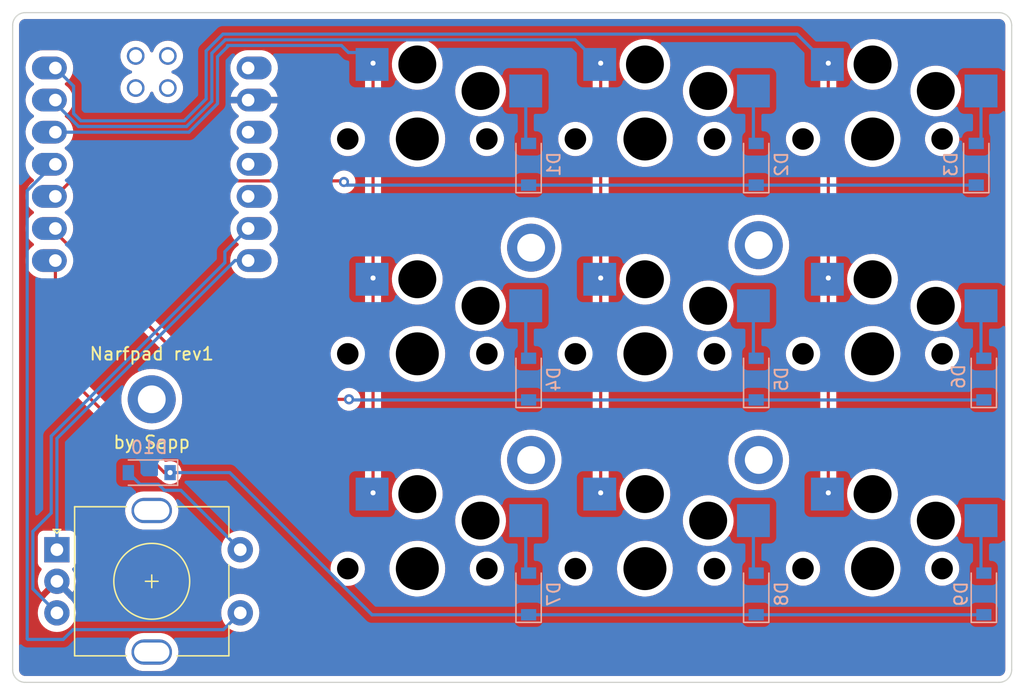
<source format=kicad_pcb>
(kicad_pcb (version 20211014) (generator pcbnew)
  (layers (0 "F.Cu" signal) (31 "B.Cu" signal) (34 "B.Paste" user) (35 "F.Paste" user) (36 "B.SilkS" user "B.Silkscreen") (37 "F.SilkS" user "F.Silkscreen") (38 "B.Mask" user) (39 "F.Mask" user) (44 "Edge.Cuts" user))
  (net 0 "")
  (net 1 "ROW1")
  (net 2 "Net-(D1-Pad2)")
  (net 3 "Net-(D2-Pad2)")
  (net 4 "Net-(D3-Pad2)")
  (net 5 "ROW2")
  (net 6 "Net-(D4-Pad2)")
  (net 7 "Net-(D5-Pad2)")
  (net 8 "Net-(D6-Pad2)")
  (net 9 "ROW3")
  (net 10 "Net-(D7-Pad2)")
  (net 11 "Net-(D8-Pad2)")
  (net 12 "Net-(D9-Pad2)")
  (net 13 "Net-(D10-Pad2)")
  (net 19 "ROT1A")
  (net 20 "ROT1B")
  (net 21 "GND")
  (net 22 "COL1")
  (net 23 "COL2")
  (net 24 "COL3")
  (net 25 "COL4")
  (footprint "kleeb-pg1350:pg1350-H" (layer "F.Cu") (at 80 66)
    (fp_text reference "SW4" hide)
    (fp_text value "SW_Push")
    (pad "" np_thru_hole circle locked (at 5.5 0) (size 1.7 1.7) (drill 1.7) (layers *.Mask))
    (pad "" np_thru_hole circle locked (at 0 -5.9) (size 3 3) (drill 3) (layers *.Mask))
    (pad "" np_thru_hole circle locked (at -5.5 0) (size 1.7 1.7) (drill 1.7) (layers *.Mask))
    (pad "" np_thru_hole circle locked (at 0 0) (size 3.4 3.4) (drill 3.4) (layers *.Mask))
    (pad "" np_thru_hole circle locked (at 5 -3.8) (size 3 3) (drill 3) (layers *.Mask))
    (pad "1" smd rect locked (at -3.575 -5.9) (size 2.6 2.6) (layers "B.Cu" "B.Mask") (net 23 "COL2"))
    (pad "2" smd rect locked (at 8.575 -3.8) (size 2.6 2.6) (layers "B.Cu" "B.Mask") (net 6 "Net-(D4-Pad2)"))
  )
  (footprint "kleeb-pg1350:pg1350-H" (layer "F.Cu") (at 98 83)
    (fp_text reference "SW8" hide)
    (fp_text value "SW_Push")
    (pad "" np_thru_hole circle locked (at 5 -3.8) (size 3 3) (drill 3) (layers *.Mask))
    (pad "" np_thru_hole circle locked (at 0 -5.9) (size 3 3) (drill 3) (layers *.Mask))
    (pad "" np_thru_hole circle locked (at -5.5 0) (size 1.7 1.7) (drill 1.7) (layers *.Mask))
    (pad "" np_thru_hole circle locked (at 0 0) (size 3.4 3.4) (drill 3.4) (layers *.Mask))
    (pad "" np_thru_hole circle locked (at 5.5 0) (size 1.7 1.7) (drill 1.7) (layers *.Mask))
    (pad "1" smd rect locked (at -3.575 -5.9) (size 2.6 2.6) (layers "B.Cu" "B.Mask") (net 24 "COL3"))
    (pad "2" smd rect locked (at 8.575 -3.8) (size 2.6 2.6) (layers "B.Cu" "B.Mask") (net 11 "Net-(D8-Pad2)"))
  )
  (footprint "kleeb-pg1350:pg1350-H" (layer "F.Cu") (at 116 66)
    (fp_text reference "SW6" hide)
    (fp_text value "SW_Push")
    (pad "" np_thru_hole circle locked (at 0 0) (size 3.4 3.4) (drill 3.4) (layers *.Mask))
    (pad "" np_thru_hole circle locked (at 5.5 0) (size 1.7 1.7) (drill 1.7) (layers *.Mask))
    (pad "" np_thru_hole circle locked (at -5.5 0) (size 1.7 1.7) (drill 1.7) (layers *.Mask))
    (pad "" np_thru_hole circle locked (at 0 -5.9) (size 3 3) (drill 3) (layers *.Mask))
    (pad "" np_thru_hole circle locked (at 5 -3.8) (size 3 3) (drill 3) (layers *.Mask))
    (pad "1" smd rect locked (at -3.575 -5.9) (size 2.6 2.6) (layers "B.Cu" "B.Mask") (net 25 "COL4"))
    (pad "2" smd rect locked (at 8.575 -3.8) (size 2.6 2.6) (layers "B.Cu" "B.Mask") (net 8 "Net-(D6-Pad2)"))
  )
  (footprint "MountingHole:MountingHole_2.2mm_M2_DIN965_Pad" (layer "F.Cu") (at 107 74.4)
    (fp_text reference "H4" hide)
    (fp_text value "MountingHole_Pad")
    (pad "1" thru_hole circle (at 0 0) (size 3.8 3.8) (drill 2.2) (layers *.Cu *.Mask))
  )
  (footprint "kleeb-pg1350:pg1350-H" (layer "F.Cu") (at 80 49)
    (fp_text reference "SW1" hide)
    (fp_text value "SW_Push")
    (pad "" np_thru_hole circle locked (at 0 0) (size 3.4 3.4) (drill 3.4) (layers *.Mask))
    (pad "" np_thru_hole circle locked (at -5.5 0) (size 1.7 1.7) (drill 1.7) (layers *.Mask))
    (pad "" np_thru_hole circle locked (at 5 -3.8) (size 3 3) (drill 3) (layers *.Mask))
    (pad "" np_thru_hole circle locked (at 0 -5.9) (size 3 3) (drill 3) (layers *.Mask))
    (pad "" np_thru_hole circle locked (at 5.5 0) (size 1.7 1.7) (drill 1.7) (layers *.Mask))
    (pad "1" smd rect locked (at -3.575 -5.9) (size 2.6 2.6) (layers "B.Cu" "B.Mask") (net 23 "COL2"))
    (pad "2" smd rect locked (at 8.575 -3.8) (size 2.6 2.6) (layers "B.Cu" "B.Mask") (net 2 "Net-(D1-Pad2)"))
  )
  (footprint "kleeb-pg1350:pg1350-H" (layer "F.Cu") (at 80 83)
    (fp_text reference "SW7" hide)
    (fp_text value "SW_Push")
    (pad "" np_thru_hole circle locked (at 5.5 0) (size 1.7 1.7) (drill 1.7) (layers *.Mask))
    (pad "" np_thru_hole circle locked (at 5 -3.8) (size 3 3) (drill 3) (layers *.Mask))
    (pad "" np_thru_hole circle locked (at -5.5 0) (size 1.7 1.7) (drill 1.7) (layers *.Mask))
    (pad "" np_thru_hole circle locked (at 0 0) (size 3.4 3.4) (drill 3.4) (layers *.Mask))
    (pad "" np_thru_hole circle locked (at 0 -5.9) (size 3 3) (drill 3) (layers *.Mask))
    (pad "1" smd rect locked (at -3.575 -5.9) (size 2.6 2.6) (layers "B.Cu" "B.Mask") (net 23 "COL2"))
    (pad "2" smd rect locked (at 8.575 -3.8) (size 2.6 2.6) (layers "B.Cu" "B.Mask") (net 10 "Net-(D7-Pad2)"))
  )
  (footprint "MountingHole:MountingHole_2.2mm_M2_DIN965_Pad" (layer "F.Cu") (at 89 57.6)
    (fp_text reference "H1" hide)
    (fp_text value "MountingHole_Pad")
    (pad "1" thru_hole circle (at 0 0) (size 3.8 3.8) (drill 2.2) (layers *.Cu *.Mask))
  )
  (footprint "MountingHole:MountingHole_2.2mm_M2_DIN965_Pad" (layer "F.Cu") (at 59 69.6)
    (fp_text reference "H5" hide)
    (fp_text value "MountingHole_Pad")
    (pad "1" thru_hole circle (at 0 0) (size 3.8 3.8) (drill 2.2) (layers *.Cu *.Mask))
  )
  (footprint "kleeb-mcu:xiao-tht" (layer "F.Cu") (at 59 51)
    (fp_text reference "U1" hide)
    (fp_text value "xiao" hide)
    (pad "1" thru_hole oval (at -7.62 -7.62) (size 2.75 1.8) (drill 1 (offset -0.475 0)) (layers *.Cu *.Mask) (net 25 "COL4"))
    (pad "2" thru_hole oval (at -7.62 -5.08) (size 2.75 1.8) (drill 1 (offset -0.475 0)) (layers *.Cu *.Mask) (net 24 "COL3"))
    (pad "3" thru_hole oval (at -7.62 -2.54) (size 2.75 1.8) (drill 1 (offset -0.475 0)) (layers *.Cu *.Mask) (net 23 "COL2"))
    (pad "4" thru_hole oval (at -7.62 0) (size 2.75 1.8) (drill 1 (offset -0.475 0)) (layers *.Cu *.Mask) (net 22 "COL1"))
    (pad "5" thru_hole oval (at -7.62 2.54) (size 2.75 1.8) (drill 1 (offset -0.475 0)) (layers *.Cu *.Mask) (net 1 "ROW1"))
    (pad "6" thru_hole oval (at -7.62 5.08) (size 2.75 1.8) (drill 1 (offset -0.475 0)) (layers *.Cu *.Mask) (net 5 "ROW2"))
    (pad "7" thru_hole oval (at -7.62 7.62) (size 2.75 1.8) (drill 1 (offset -0.475 0)) (layers *.Cu *.Mask) (net 9 "ROW3"))
    (pad "8" thru_hole oval (at 7.62 7.62 180) (size 2.75 1.8) (drill 1 (offset -0.475 0)) (layers *.Cu *.Mask) (net 19 "ROT1A"))
    (pad "9" thru_hole oval (at 7.62 5.08 180) (size 2.75 1.8) (drill 1 (offset -0.475 0)) (layers *.Cu *.Mask) (net 20 "ROT1B"))
    (pad "10" thru_hole oval (at 7.62 2.54 180) (size 2.75 1.8) (drill 1 (offset -0.475 0)) (layers *.Cu *.Mask))
    (pad "11" thru_hole oval (at 7.62 0 180) (size 2.75 1.8) (drill 1 (offset -0.475 0)) (layers *.Cu *.Mask))
    (pad "12" thru_hole oval (at 7.62 -2.54 180) (size 2.75 1.8) (drill 1 (offset -0.475 0)) (layers *.Cu *.Mask))
    (pad "13" thru_hole oval (at 7.62 -5.08 180) (size 2.75 1.8) (drill 1 (offset -0.475 0)) (layers *.Cu *.Mask) (net 21 "GND"))
    (pad "14" thru_hole oval (at 7.62 -7.62 180) (size 2.75 1.8) (drill 1 (offset -0.475 0)) (layers *.Cu *.Mask))
    (pad "15" thru_hole circle (at -1.27 -8.572 90) (size 1.397 1.397) (drill 1.016) (layers *.Cu *.Mask))
    (pad "16" thru_hole circle (at 1.27 -8.572 90) (size 1.397 1.397) (drill 1.016) (layers *.Cu *.Mask))
    (pad "17" thru_hole circle (at -1.27 -6.032 90) (size 1.397 1.397) (drill 1.016) (layers *.Cu *.Mask))
    (pad "18" thru_hole circle (at 1.27 -6.032 90) (size 1.397 1.397) (drill 1.016) (layers *.Cu *.Mask))
  )
  (footprint "MountingHole:MountingHole_2.2mm_M2_DIN965_Pad" (layer "F.Cu") (at 89 74.4)
    (fp_text reference "H3" hide)
    (fp_text value "MountingHole_Pad")
    (pad "1" thru_hole circle (at 0 0) (size 3.8 3.8) (drill 2.2) (layers *.Cu *.Mask))
  )
  (footprint "kleeb-pg1350:pg1350-H" (layer "F.Cu") (at 98 66)
    (fp_text reference "SW5" hide)
    (fp_text value "SW_Push")
    (pad "" np_thru_hole circle locked (at -5.5 0) (size 1.7 1.7) (drill 1.7) (layers *.Mask))
    (pad "" np_thru_hole circle locked (at 5 -3.8) (size 3 3) (drill 3) (layers *.Mask))
    (pad "" np_thru_hole circle locked (at 5.5 0) (size 1.7 1.7) (drill 1.7) (layers *.Mask))
    (pad "" np_thru_hole circle locked (at 0 -5.9) (size 3 3) (drill 3) (layers *.Mask))
    (pad "" np_thru_hole circle locked (at 0 0) (size 3.4 3.4) (drill 3.4) (layers *.Mask))
    (pad "1" smd rect locked (at -3.575 -5.9) (size 2.6 2.6) (layers "B.Cu" "B.Mask") (net 24 "COL3"))
    (pad "2" smd rect locked (at 8.575 -3.8) (size 2.6 2.6) (layers "B.Cu" "B.Mask") (net 7 "Net-(D5-Pad2)"))
  )
  (footprint "kleeb-pg1350:pg1350-H" (layer "F.Cu") (at 116 49)
    (fp_text reference "SW3" hide)
    (fp_text value "SW_Push")
    (pad "" np_thru_hole circle locked (at -5.5 0) (size 1.7 1.7) (drill 1.7) (layers *.Mask))
    (pad "" np_thru_hole circle locked (at 5.5 0) (size 1.7 1.7) (drill 1.7) (layers *.Mask))
    (pad "" np_thru_hole circle locked (at 5 -3.8) (size 3 3) (drill 3) (layers *.Mask))
    (pad "" np_thru_hole circle locked (at 0 0) (size 3.4 3.4) (drill 3.4) (layers *.Mask))
    (pad "" np_thru_hole circle locked (at 0 -5.9) (size 3 3) (drill 3) (layers *.Mask))
    (pad "1" smd rect locked (at -3.575 -5.9) (size 2.6 2.6) (layers "B.Cu" "B.Mask") (net 25 "COL4"))
    (pad "2" smd rect locked (at 8.575 -3.8) (size 2.6 2.6) (layers "B.Cu" "B.Mask") (net 4 "Net-(D3-Pad2)"))
  )
  (footprint "MountingHole:MountingHole_2.2mm_M2_DIN965_Pad" (layer "F.Cu") (at 107 57.4)
    (fp_text reference "H2" hide)
    (fp_text value "MountingHole_Pad")
    (pad "1" thru_hole circle (at 0 0) (size 3.8 3.8) (drill 2.2) (layers *.Cu *.Mask))
  )
  (footprint "keebio:RotaryEncoder_EC11" (layer "F.Cu") (at 59 84)
    (fp_text reference "ROT1")
    (fp_text value "RotaryEncoder_Switch")
    (fp_line (start -0.5 0) (end 0.5 0) (layer "F.SilkS") (width 0.12))
    (fp_line (start 6.1 -1.3) (end 6.1 1.3) (layer "F.SilkS") (width 0.12))
    (fp_line (start -7.2 -4.1) (end -7.5 -3.8) (layer "F.SilkS") (width 0.12))
    (fp_line (start -6.1 -5.9) (end -6.1 5.9) (layer "F.SilkS") (width 0.12))
    (fp_line (start 6.1 -5.9) (end 6.1 -3.5) (layer "F.SilkS") (width 0.12))
    (fp_line (start 2 -5.9) (end 6.1 -5.9) (layer "F.SilkS") (width 0.12))
    (fp_line (start 6.1 5.9) (end 2 5.9) (layer "F.SilkS") (width 0.12))
    (fp_line (start -2 5.9) (end -6.1 5.9) (layer "F.SilkS") (width 0.12))
    (fp_line (start 0 -0.5) (end 0 0.5) (layer "F.SilkS") (width 0.12))
    (fp_line (start -2 -5.9) (end -6.1 -5.9) (layer "F.SilkS") (width 0.12))
    (fp_line (start -7.8 -4.1) (end -7.2 -4.1) (layer "F.SilkS") (width 0.12))
    (fp_line (start -7.5 -3.8) (end -7.8 -4.1) (layer "F.SilkS") (width 0.12))
    (fp_line (start 6.1 3.5) (end 6.1 5.9) (layer "F.SilkS") (width 0.12))
    (fp_circle (center 0 0) (end 3 0) (layer "F.SilkS") (width 0.12) (fill none))
    (pad "" np_thru_hole oval locked (at 0 -5.6) (size 3.2 2) (drill oval 2.8 1.5) (layers F&B.Cu *.Mask))
    (pad "" np_thru_hole oval locked (at 0 5.6) (size 3.2 2) (drill oval 2.8 1.5) (layers F&B.Cu *.Mask))
    (pad "A" thru_hole rect locked (at -7.5 -2.5) (size 2 2) (drill 1) (layers *.Cu *.Mask) (net 19 "ROT1A"))
    (pad "B" thru_hole circle locked (at -7.5 2.5) (size 2 2) (drill 1) (layers *.Cu *.Mask) (net 20 "ROT1B"))
    (pad "C" thru_hole circle locked (at -7.5 0) (size 2 2) (drill 1) (layers *.Cu *.Mask) (net 21 "GND"))
    (pad "S1" thru_hole circle locked (at 7 2.5) (size 2 2) (drill 1) (layers *.Cu *.Mask) (net 22 "COL1"))
    (pad "S2" thru_hole circle locked (at 7 -2.5) (size 2 2) (drill 1) (layers *.Cu *.Mask) (net 13 "Net-(D10-Pad2)"))
  )
  (footprint "kleeb-pg1350:pg1350-H" (layer "F.Cu") (at 116 83)
    (fp_text reference "SW9" hide)
    (fp_text value "SW_Push")
    (pad "" np_thru_hole circle locked (at 5 -3.8) (size 3 3) (drill 3) (layers *.Mask))
    (pad "" np_thru_hole circle locked (at -5.5 0) (size 1.7 1.7) (drill 1.7) (layers *.Mask))
    (pad "" np_thru_hole circle locked (at 0 0) (size 3.4 3.4) (drill 3.4) (layers *.Mask))
    (pad "" np_thru_hole circle locked (at 5.5 0) (size 1.7 1.7) (drill 1.7) (layers *.Mask))
    (pad "" np_thru_hole circle locked (at 0 -5.9) (size 3 3) (drill 3) (layers *.Mask))
    (pad "1" smd rect locked (at -3.575 -5.9) (size 2.6 2.6) (layers "B.Cu" "B.Mask") (net 25 "COL4"))
    (pad "2" smd rect locked (at 8.575 -3.8) (size 2.6 2.6) (layers "B.Cu" "B.Mask") (net 12 "Net-(D9-Pad2)"))
  )
  (footprint "kleeb-pg1350:pg1350-H" (layer "F.Cu") (at 98 49)
    (fp_text reference "SW2" hide)
    (fp_text value "SW_Push")
    (pad "" np_thru_hole circle locked (at -5.5 0) (size 1.7 1.7) (drill 1.7) (layers *.Mask))
    (pad "" np_thru_hole circle locked (at 5.5 0) (size 1.7 1.7) (drill 1.7) (layers *.Mask))
    (pad "" np_thru_hole circle locked (at 0 -5.9) (size 3 3) (drill 3) (layers *.Mask))
    (pad "" np_thru_hole circle locked (at 0 0) (size 3.4 3.4) (drill 3.4) (layers *.Mask))
    (pad "" np_thru_hole circle locked (at 5 -3.8) (size 3 3) (drill 3) (layers *.Mask))
    (pad "1" smd rect locked (at -3.575 -5.9) (size 2.6 2.6) (layers "B.Cu" "B.Mask") (net 24 "COL3"))
    (pad "2" smd rect locked (at 8.575 -3.8) (size 2.6 2.6) (layers "B.Cu" "B.Mask") (net 3 "Net-(D2-Pad2)"))
  )
  (footprint "Diode_SMD:D_SOD-123" (layer "B.Cu") (at 124.2 51 90)
    (fp_text reference "D3" (at 0 -2 90) (layer "B.SilkS") (effects (justify mirror)))
    (fp_text value "1N4148W")
    (fp_line (start -2.25 -1) (end 1.65 -1) (layer "B.SilkS") (width 0.12))
    (fp_line (start -2.25 1) (end -2.25 -1) (layer "B.SilkS") (width 0.12))
    (fp_line (start -2.25 1) (end 1.65 1) (layer "B.SilkS") (width 0.12))
    (pad "1" smd rect (at -1.65 0 90) (size 0.9 1.2) (layers "B.Cu" "B.Paste" "B.Mask") (net 1 "ROW1"))
    (pad "2" smd rect (at 1.65 0 90) (size 0.9 1.2) (layers "B.Cu" "B.Paste" "B.Mask") (net 4 "Net-(D3-Pad2)"))
  )
  (footprint "Diode_SMD:D_SOD-123" (layer "B.Cu") (at 106.8 51 90)
    (fp_text reference "D2" (at 0 2 90) (layer "B.SilkS") (effects (justify mirror)))
    (fp_text value "1N4148W")
    (fp_line (start -2.25 1) (end -2.25 -1) (layer "B.SilkS") (width 0.12))
    (fp_line (start -2.25 -1) (end 1.65 -1) (layer "B.SilkS") (width 0.12))
    (fp_line (start -2.25 1) (end 1.65 1) (layer "B.SilkS") (width 0.12))
    (pad "1" smd rect (at -1.65 0 90) (size 0.9 1.2) (layers "B.Cu" "B.Paste" "B.Mask") (net 1 "ROW1"))
    (pad "2" smd rect (at 1.65 0 90) (size 0.9 1.2) (layers "B.Cu" "B.Paste" "B.Mask") (net 3 "Net-(D2-Pad2)"))
  )
  (footprint "Diode_SMD:D_SOD-123" (layer "B.Cu") (at 124.8 85 90)
    (fp_text reference "D9" (at 0 -1.8 90) (layer "B.SilkS") (effects (justify mirror)))
    (fp_text value "1N4148W")
    (fp_line (start -2.25 1) (end -2.25 -1) (layer "B.SilkS") (width 0.12))
    (fp_line (start -2.25 -1) (end 1.65 -1) (layer "B.SilkS") (width 0.12))
    (fp_line (start -2.25 1) (end 1.65 1) (layer "B.SilkS") (width 0.12))
    (pad "1" smd rect (at -1.65 0 90) (size 0.9 1.2) (layers "B.Cu" "B.Paste" "B.Mask") (net 9 "ROW3"))
    (pad "2" smd rect (at 1.65 0 90) (size 0.9 1.2) (layers "B.Cu" "B.Paste" "B.Mask") (net 12 "Net-(D9-Pad2)"))
  )
  (footprint "Diode_SMD:D_SOD-123" (layer "B.Cu") (at 88.8 68 90)
    (fp_text reference "D4" (at 0 2 90) (layer "B.SilkS") (effects (justify mirror)))
    (fp_text value "1N4148W")
    (fp_line (start -2.25 -1) (end 1.65 -1) (layer "B.SilkS") (width 0.12))
    (fp_line (start -2.25 1) (end -2.25 -1) (layer "B.SilkS") (width 0.12))
    (fp_line (start -2.25 1) (end 1.65 1) (layer "B.SilkS") (width 0.12))
    (pad "1" smd rect (at -1.65 0 90) (size 0.9 1.2) (layers "B.Cu" "B.Paste" "B.Mask") (net 5 "ROW2"))
    (pad "2" smd rect (at 1.65 0 90) (size 0.9 1.2) (layers "B.Cu" "B.Paste" "B.Mask") (net 6 "Net-(D4-Pad2)"))
  )
  (footprint "Diode_SMD:D_SOD-123" (layer "B.Cu") (at 88.8 51 90)
    (fp_text reference "D1" (at 0 2 90) (layer "B.SilkS") (effects (justify mirror)))
    (fp_text value "1N4148W")
    (fp_line (start -2.25 -1) (end 1.65 -1) (layer "B.SilkS") (width 0.12))
    (fp_line (start -2.25 1) (end 1.65 1) (layer "B.SilkS") (width 0.12))
    (fp_line (start -2.25 1) (end -2.25 -1) (layer "B.SilkS") (width 0.12))
    (pad "1" smd rect (at -1.65 0 90) (size 0.9 1.2) (layers "B.Cu" "B.Paste" "B.Mask") (net 1 "ROW1"))
    (pad "2" smd rect (at 1.65 0 90) (size 0.9 1.2) (layers "B.Cu" "B.Paste" "B.Mask") (net 2 "Net-(D1-Pad2)"))
  )
  (footprint "Diode_SMD:D_SOD-123" (layer "B.Cu") (at 106.8 85 90)
    (fp_text reference "D8" (at 0 2 90) (layer "B.SilkS") (effects (justify mirror)))
    (fp_text value "1N4148W")
    (fp_line (start -2.25 1) (end -2.25 -1) (layer "B.SilkS") (width 0.12))
    (fp_line (start -2.25 1) (end 1.65 1) (layer "B.SilkS") (width 0.12))
    (fp_line (start -2.25 -1) (end 1.65 -1) (layer "B.SilkS") (width 0.12))
    (pad "1" smd rect (at -1.65 0 90) (size 0.9 1.2) (layers "B.Cu" "B.Paste" "B.Mask") (net 9 "ROW3"))
    (pad "2" smd rect (at 1.65 0 90) (size 0.9 1.2) (layers "B.Cu" "B.Paste" "B.Mask") (net 11 "Net-(D8-Pad2)"))
  )
  (footprint "Diode_SMD:D_SOD-123" (layer "B.Cu") (at 106.8 68 90)
    (fp_text reference "D5" (at 0 2 90) (layer "B.SilkS") (effects (justify mirror)))
    (fp_text value "1N4148W")
    (fp_line (start -2.25 1) (end -2.25 -1) (layer "B.SilkS") (width 0.12))
    (fp_line (start -2.25 1) (end 1.65 1) (layer "B.SilkS") (width 0.12))
    (fp_line (start -2.25 -1) (end 1.65 -1) (layer "B.SilkS") (width 0.12))
    (pad "1" smd rect (at -1.65 0 90) (size 0.9 1.2) (layers "B.Cu" "B.Paste" "B.Mask") (net 5 "ROW2"))
    (pad "2" smd rect (at 1.65 0 90) (size 0.9 1.2) (layers "B.Cu" "B.Paste" "B.Mask") (net 7 "Net-(D5-Pad2)"))
  )
  (footprint "Diode_SMD:D_SOD-123" (layer "B.Cu") (at 88.8 85 90)
    (fp_text reference "D7" (at 0 2 90) (layer "B.SilkS") (effects (justify mirror)))
    (fp_text value "1N4148W")
    (fp_line (start -2.25 -1) (end 1.65 -1) (layer "B.SilkS") (width 0.12))
    (fp_line (start -2.25 1) (end 1.65 1) (layer "B.SilkS") (width 0.12))
    (fp_line (start -2.25 1) (end -2.25 -1) (layer "B.SilkS") (width 0.12))
    (pad "1" smd rect (at -1.65 0 90) (size 0.9 1.2) (layers "B.Cu" "B.Paste" "B.Mask") (net 9 "ROW3"))
    (pad "2" smd rect (at 1.65 0 90) (size 0.9 1.2) (layers "B.Cu" "B.Paste" "B.Mask") (net 10 "Net-(D7-Pad2)"))
  )
  (footprint "Diode_SMD:D_SOD-123" (layer "B.Cu") (at 124.8 68 90)
    (fp_text reference "D6" (at 0.2 -2 90) (layer "B.SilkS") (effects (justify mirror)))
    (fp_text value "1N4148W")
    (fp_line (start -2.25 1) (end 1.65 1) (layer "B.SilkS") (width 0.12))
    (fp_line (start -2.25 -1) (end 1.65 -1) (layer "B.SilkS") (width 0.12))
    (fp_line (start -2.25 1) (end -2.25 -1) (layer "B.SilkS") (width 0.12))
    (pad "1" smd rect (at -1.65 0 90) (size 0.9 1.2) (layers "B.Cu" "B.Paste" "B.Mask") (net 5 "ROW2"))
    (pad "2" smd rect (at 1.65 0 90) (size 0.9 1.2) (layers "B.Cu" "B.Paste" "B.Mask") (net 8 "Net-(D6-Pad2)"))
  )
  (footprint "Diode_SMD:D_SOD-123" (layer "B.Cu") (at 58.8 75.4 180)
    (fp_text reference "D10" (at 0 2) (layer "B.SilkS") (effects (justify mirror)))
    (fp_text value "1N4148W")
    (fp_line (start -2.25 1) (end -2.25 -1) (layer "B.SilkS") (width 0.12))
    (fp_line (start -2.25 1) (end 1.65 1) (layer "B.SilkS") (width 0.12))
    (fp_line (start -2.25 -1) (end 1.65 -1) (layer "B.SilkS") (width 0.12))
    (pad "1" smd rect (at -1.65 0 180) (size 0.9 1.2) (layers "B.Cu" "B.Paste" "B.Mask") (net 9 "ROW3"))
    (pad "2" smd rect (at 1.65 0 180) (size 0.9 1.2) (layers "B.Cu" "B.Paste" "B.Mask") (net 13 "Net-(D10-Pad2)"))
  )
  (gr_line (start 49 92) (end 126 92) (layer "Edge.Cuts") (width 0.1))
  (gr_line (start 127 91) (end 127 40) (layer "Edge.Cuts") (width 0.1))
  (gr_arc (start 127 91) (mid 126.707107 91.707107) (end 126 92) (layer "Edge.Cuts") (width 0.1))
  (gr_line (start 48 40) (end 48 91) (layer "Edge.Cuts") (width 0.1))
  (gr_arc (start 48 40) (mid 48.292893 39.292893) (end 49 39) (layer "Edge.Cuts") (width 0.1))
  (gr_line (start 126 39) (end 49 39) (layer "Edge.Cuts") (width 0.1))
  (gr_arc (start 126 39) (mid 126.707107 39.292893) (end 127 40) (layer "Edge.Cuts") (width 0.1))
  (gr_arc (start 49 92) (mid 48.292893 91.707107) (end 48 91) (layer "Edge.Cuts") (width 0.1))
  (gr_text "by Sepp" (at 59 73) (layer "F.SilkS") (effects (font (size 1 1))))
  (gr_text "Narfpad rev1" (at 59 66) (layer "F.SilkS") (effects (font (size 1 1))))
  (segment (start 51.38 53.54) (end 52.60452 52.31548) (width 0.25) (layer "F.Cu") (net 1))
  (segment (start 52.60452 52.31548) (end 74.11548 52.31548) (width 0.25) (layer "F.Cu") (net 1))
  (segment (start 74.11548 52.31548) (end 74.2 52.4) (width 0.25) (layer "F.Cu") (net 1))
  (via (at 74.2 52.4) (size 0.8) (drill 0.4) (layers "F.Cu" "B.Cu") (net 1))
  (segment (start 88.8 52.65) (end 106.8 52.65) (width 0.25) (layer "B.Cu") (net 1))
  (segment (start 106.8 52.65) (end 124.2 52.65) (width 0.25) (layer "B.Cu") (net 1))
  (segment (start 74.45 52.65) (end 88.8 52.65) (width 0.25) (layer "B.Cu") (net 1))
  (segment (start 74.2 52.4) (end 74.45 52.65) (width 0.25) (layer "B.Cu") (net 1))
  (segment (start 88.575 45.2) (end 88.575 49.125) (width 0.25) (layer "B.Cu") (net 2))
  (segment (start 88.575 49.125) (end 88.8 49.35) (width 0.25) (layer "B.Cu") (net 2))
  (segment (start 106.575 45.2) (end 106.575 49.125) (width 0.25) (layer "B.Cu") (net 3))
  (segment (start 106.575 49.125) (end 106.8 49.35) (width 0.25) (layer "B.Cu") (net 3))
  (segment (start 124.575 48.975) (end 124.2 49.35) (width 0.25) (layer "B.Cu") (net 4))
  (segment (start 124.575 45.2) (end 124.575 48.975) (width 0.25) (layer "B.Cu") (net 4))
  (segment (start 51.38 56.38) (end 64.6 69.6) (width 0.25) (layer "F.Cu") (net 5))
  (segment (start 51.38 56.08) (end 51.38 56.38) (width 0.25) (layer "F.Cu") (net 5))
  (segment (start 64.6 69.6) (end 74.6 69.6) (width 0.25) (layer "F.Cu") (net 5))
  (via (at 74.6 69.6) (size 0.8) (drill 0.4) (layers "F.Cu" "B.Cu") (net 5))
  (segment (start 74.6 69.6) (end 74.65 69.65) (width 0.25) (layer "B.Cu") (net 5))
  (segment (start 74.65 69.65) (end 88.8 69.65) (width 0.25) (layer "B.Cu") (net 5))
  (segment (start 88.8 69.65) (end 106.8 69.65) (width 0.25) (layer "B.Cu") (net 5))
  (segment (start 106.8 69.65) (end 124.8 69.65) (width 0.25) (layer "B.Cu") (net 5))
  (segment (start 88.575 66.125) (end 88.8 66.35) (width 0.25) (layer "B.Cu") (net 6))
  (segment (start 88.575 62.2) (end 88.575 66.125) (width 0.25) (layer "B.Cu") (net 6))
  (segment (start 106.575 62.2) (end 106.575 66.125) (width 0.25) (layer "B.Cu") (net 7))
  (segment (start 106.575 66.125) (end 106.8 66.35) (width 0.25) (layer "B.Cu") (net 7))
  (segment (start 124.575 62.2) (end 124.575 66.125) (width 0.25) (layer "B.Cu") (net 8))
  (segment (start 124.575 66.125) (end 124.8 66.35) (width 0.25) (layer "B.Cu") (net 8))
  (segment (start 51.38 66.78) (end 60 75.4) (width 0.25) (layer "F.Cu") (net 9))
  (segment (start 60 75.4) (end 60.45 75.4) (width 0.25) (layer "F.Cu") (net 9))
  (segment (start 51.38 58.62) (end 51.38 66.78) (width 0.25) (layer "F.Cu") (net 9))
  (via (at 60.45 75.4) (size 0.8) (drill 0.4) (layers "F.Cu" "B.Cu") (net 9))
  (segment (start 76.418265 86.65) (end 65.168265 75.4) (width 0.25) (layer "B.Cu") (net 9))
  (segment (start 88.8 86.65) (end 76.418265 86.65) (width 0.25) (layer "B.Cu") (net 9))
  (segment (start 88.8 86.65) (end 106.8 86.65) (width 0.25) (layer "B.Cu") (net 9))
  (segment (start 65.168265 75.4) (end 60.45 75.4) (width 0.25) (layer "B.Cu") (net 9))
  (segment (start 106.8 86.65) (end 124.8 86.65) (width 0.25) (layer "B.Cu") (net 9))
  (segment (start 88.575 79.2) (end 88.575 83.125) (width 0.25) (layer "B.Cu") (net 10))
  (segment (start 88.575 83.125) (end 88.8 83.35) (width 0.25) (layer "B.Cu") (net 10))
  (segment (start 106.575 79.2) (end 106.575 83.125) (width 0.25) (layer "B.Cu") (net 11))
  (segment (start 106.575 83.125) (end 106.8 83.35) (width 0.25) (layer "B.Cu") (net 11))
  (segment (start 124.575 83.125) (end 124.8 83.35) (width 0.25) (layer "B.Cu") (net 12))
  (segment (start 124.575 79.2) (end 124.575 83.125) (width 0.25) (layer "B.Cu") (net 12))
  (segment (start 58.074511 76.324511) (end 59.524511 76.324511) (width 0.25) (layer "B.Cu") (net 13))
  (segment (start 61.3 76.8) (end 66 81.5) (width 0.25) (layer "B.Cu") (net 13))
  (segment (start 60 76.8) (end 61.3 76.8) (width 0.25) (layer "B.Cu") (net 13))
  (segment (start 59.524511 76.324511) (end 60 76.8) (width 0.25) (layer "B.Cu") (net 13))
  (segment (start 57.15 75.4) (end 58.074511 76.324511) (width 0.25) (layer "B.Cu") (net 13))
  (segment (start 65.58 58.62) (end 51.5 72.7) (width 0.25) (layer "B.Cu") (net 19))
  (segment (start 66.62 58.62) (end 65.58 58.62) (width 0.25) (layer "B.Cu") (net 19))
  (segment (start 51.5 72.7) (end 51.5 81.5) (width 0.25) (layer "B.Cu") (net 19))
  (segment (start 64.782141 58.782141) (end 64.782141 57.917859) (width 0.25) (layer "B.Cu") (net 20))
  (segment (start 51.05048 78.6) (end 51.05048 72.513803) (width 0.25) (layer "B.Cu") (net 20))
  (segment (start 51.05048 72.513803) (end 51.782141 71.782141) (width 0.25) (layer "B.Cu") (net 20))
  (segment (start 64.782141 57.917859) (end 66.62 56.08) (width 0.25) (layer "B.Cu") (net 20))
  (segment (start 49.6 84.6) (end 49.6 80.05048) (width 0.25) (layer "B.Cu") (net 20))
  (segment (start 49.6 80.05048) (end 51.05048 78.6) (width 0.25) (layer "B.Cu") (net 20))
  (segment (start 51.782141 71.782141) (end 64.782141 58.782141) (width 0.25) (layer "B.Cu") (net 20))
  (segment (start 51.5 86.5) (end 49.6 84.6) (width 0.25) (layer "B.Cu") (net 20))
  (segment (start 52 88.6) (end 49.2 88.6) (width 0.25) (layer "B.Cu") (net 22))
  (segment (start 49.2 88.6) (end 49.15048 88.55048) (width 0.25) (layer "B.Cu") (net 22))
  (segment (start 52.775489 87.824511) (end 52 88.6) (width 0.25) (layer "B.Cu") (net 22))
  (segment (start 51.238268 51) (end 51.38 51) (width 0.25) (layer "B.Cu") (net 22))
  (segment (start 64.675489 87.824511) (end 52.775489 87.824511) (width 0.25) (layer "B.Cu") (net 22))
  (segment (start 66 86.5) (end 64.675489 87.824511) (width 0.25) (layer "B.Cu") (net 22))
  (segment (start 49.15048 53.087788) (end 51.238268 51) (width 0.25) (layer "B.Cu") (net 22))
  (segment (start 49.15048 88.55048) (end 49.15048 53.087788) (width 0.25) (layer "B.Cu") (net 22))
  (segment (start 76.5 60) (end 76.5 77) (width 0.25) (layer "F.Cu") (net 23))
  (segment (start 76.5 43) (end 76.5 60) (width 0.25) (layer "F.Cu") (net 23))
  (via (at 76.5 43) (size 0.8) (drill 0.4) (layers "F.Cu" "B.Cu") (net 23))
  (via (at 76.5 77) (size 0.8) (drill 0.4) (layers "F.Cu" "B.Cu") (net 23))
  (via (at 76.5 60) (size 0.8) (drill 0.4) (layers "F.Cu" "B.Cu") (net 23))
  (segment (start 64.2 42.484757) (end 64.2 46.2) (width 0.25) (layer "B.Cu") (net 23))
  (segment (start 65 41.6) (end 65 41.684757) (width 0.25) (layer "B.Cu") (net 23))
  (segment (start 65 41.684757) (end 64.2 42.484757) (width 0.25) (layer "B.Cu") (net 23))
  (segment (start 75.48048 42.15548) (end 74.55548 42.15548) (width 0.25) (layer "B.Cu") (net 23))
  (segment (start 61.94 48.46) (end 51.38 48.46) (width 0.25) (layer "B.Cu") (net 23))
  (segment (start 74 41.6) (end 65 41.6) (width 0.25) (layer "B.Cu") (net 23))
  (segment (start 74.55548 42.15548) (end 74 41.6) (width 0.25) (layer "B.Cu") (net 23))
  (segment (start 76.425 43.1) (end 75.48048 42.15548) (width 0.25) (layer "B.Cu") (net 23))
  (segment (start 64.2 46.2) (end 61.94 48.46) (width 0.25) (layer "B.Cu") (net 23))
  (segment (start 94.5 43) (end 94.5 60) (width 0.25) (layer "F.Cu") (net 24))
  (segment (start 94.5 60) (end 94.5 77) (width 0.25) (layer "F.Cu") (net 24))
  (via (at 94.5 43) (size 0.8) (drill 0.4) (layers "F.Cu" "B.Cu") (net 24))
  (via (at 94.5 77) (size 0.8) (drill 0.4) (layers "F.Cu" "B.Cu") (net 24))
  (via (at 94.5 60) (size 0.8) (drill 0.4) (layers "F.Cu" "B.Cu") (net 24))
  (segment (start 53.21048 48.01048) (end 61.753802 48.01048) (width 0.25) (layer "B.Cu") (net 24))
  (segment (start 63.75048 46.013802) (end 63.75048 42.213803) (width 0.25) (layer "B.Cu") (net 24))
  (segment (start 61.753802 48.01048) (end 63.75048 46.013802) (width 0.25) (layer "B.Cu") (net 24))
  (segment (start 51.38 46.18) (end 53.21048 48.01048) (width 0.25) (layer "B.Cu") (net 24))
  (segment (start 51.38 45.92) (end 51.38 46.18) (width 0.25) (layer "B.Cu") (net 24))
  (segment (start 63.75048 42.213803) (end 64.813803 41.15048) (width 0.25) (layer "B.Cu") (net 24))
  (segment (start 64.813803 41.15048) (end 92.47548 41.15048) (width 0.25) (layer "B.Cu") (net 24))
  (segment (start 92.47548 41.15048) (end 94.425 43.1) (width 0.25) (layer "B.Cu") (net 24))
  (segment (start 112.5 60) (end 112.5 77) (width 0.25) (layer "F.Cu") (net 25))
  (segment (start 112.5 43) (end 112.5 60) (width 0.25) (layer "F.Cu") (net 25))
  (via (at 112.5 77) (size 0.8) (drill 0.4) (layers "F.Cu" "B.Cu") (net 25))
  (via (at 112.5 43) (size 0.8) (drill 0.4) (layers "F.Cu" "B.Cu") (net 25))
  (via (at 112.5 60) (size 0.8) (drill 0.4) (layers "F.Cu" "B.Cu") (net 25))
  (segment (start 110.02596 40.70096) (end 112.425 43.1) (width 0.25) (layer "B.Cu") (net 25))
  (segment (start 51.38 43.38) (end 52.817859 44.817859) (width 0.25) (layer "B.Cu") (net 25))
  (segment (start 52.817859 44.817859) (end 52.817859 46.982141) (width 0.25) (layer "B.Cu") (net 25))
  (segment (start 64.627606 40.70096) (end 110.02596 40.70096) (width 0.25) (layer "B.Cu") (net 25))
  (segment (start 53.396678 47.56096) (end 61.567604 47.56096) (width 0.25) (layer "B.Cu") (net 25))
  (segment (start 63.30096 42.027606) (end 64.627606 40.70096) (width 0.25) (layer "B.Cu") (net 25))
  (segment (start 61.567604 47.56096) (end 63.30096 45.827604) (width 0.25) (layer "B.Cu") (net 25))
  (segment (start 63.30096 45.827604) (end 63.30096 42.027606) (width 0.25) (layer "B.Cu") (net 25))
  (segment (start 52.817859 46.982141) (end 53.396678 47.56096) (width 0.25) (layer "B.Cu") (net 25))
  (zone (net 21) (net_name "GND") (layers F&B.Cu) (connect_pads (clearance 0.508)) (min_thickness 0.254) (fill yes (thermal_gap 0.508) (thermal_bridge_width 0.508))
    (polygon (pts (xy 128 93) (xy 47 93) (xy 47 38) (xy 128 38)))
  )
)
</source>
